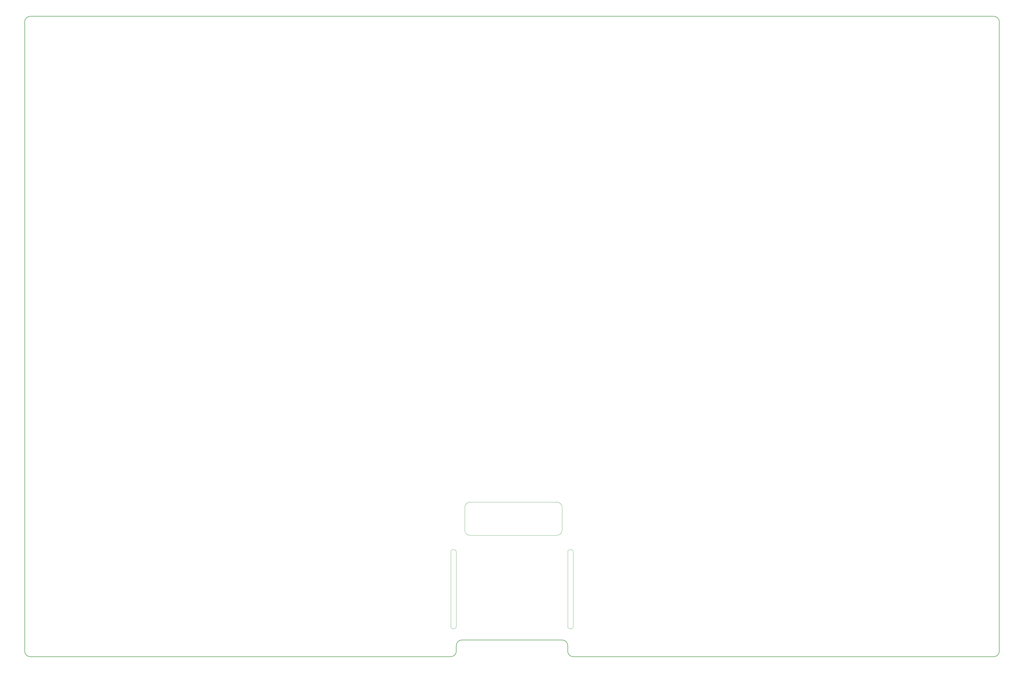
<source format=gko>
%FSLAX25Y25*%
%MOIN*%
G70*
G01*
G75*
G04 Layer_Color=16711935*
%ADD10C,0.01969*%
%ADD11C,0.03543*%
%ADD12R,0.03543X0.02362*%
%ADD13R,0.02362X0.03543*%
%ADD14R,0.07087X0.03543*%
%ADD15R,0.03158X0.03827*%
%ADD16R,0.05118X0.21654*%
%ADD17R,0.07087X0.15354*%
%ADD18R,0.03543X0.05906*%
%ADD19R,0.05906X0.03543*%
%ADD20R,0.19685X0.19685*%
%ADD21R,0.03543X0.07087*%
%ADD22R,0.05118X0.02756*%
%ADD23R,0.06693X0.09843*%
%ADD24R,0.04803X0.04921*%
%ADD25C,0.03150*%
%ADD26R,0.15354X0.24410*%
%ADD27R,0.12992X0.17323*%
%ADD28R,0.09252X0.20079*%
%ADD29R,0.29528X0.07087*%
%ADD30R,0.01378X0.02165*%
%ADD31R,0.11024X0.04921*%
%ADD32R,0.04724X0.13386*%
%ADD33R,0.06693X0.07874*%
%ADD34R,0.05315X0.01772*%
%ADD35R,0.06693X0.06693*%
%ADD36R,0.01181X0.03150*%
%ADD37R,0.03150X0.01181*%
%ADD38R,0.13386X0.04724*%
%ADD39R,0.03543X0.03150*%
%ADD40C,0.00100*%
%ADD41C,0.00591*%
%ADD42C,0.03937*%
%ADD43C,0.02362*%
%ADD44C,0.04331*%
%ADD45C,0.01181*%
%ADD46C,0.01575*%
%ADD47C,0.02756*%
%ADD48C,0.04724*%
%ADD49C,0.05906*%
%ADD50C,0.03150*%
%ADD51C,0.03543*%
%ADD52C,0.09055*%
%ADD53C,0.07874*%
%ADD54O,0.15748X0.29134*%
%ADD55C,0.15748*%
%ADD56C,0.23622*%
%ADD57C,0.00984*%
%ADD58C,0.00787*%
%ADD59C,0.01000*%
%ADD60R,0.15748X0.15748*%
%ADD61R,0.00984X0.01772*%
%ADD62R,0.10630X0.04528*%
%ADD63R,0.06299X0.06299*%
%ADD64R,0.03937X0.02756*%
%ADD65R,0.02756X0.03937*%
%ADD66R,0.07480X0.03937*%
%ADD67R,0.03551X0.04221*%
%ADD68R,0.05512X0.22047*%
%ADD69R,0.07480X0.15748*%
%ADD70R,0.03937X0.06299*%
%ADD71R,0.06299X0.03937*%
%ADD72R,0.20079X0.20079*%
%ADD73R,0.03937X0.07480*%
%ADD74R,0.05512X0.03150*%
%ADD75R,0.07087X0.10236*%
%ADD76R,0.05197X0.05315*%
%ADD77R,0.15748X0.24803*%
%ADD78R,0.13386X0.17716*%
%ADD79R,0.09646X0.20472*%
%ADD80R,0.29921X0.07480*%
%ADD81R,0.01772X0.02559*%
%ADD82R,0.11417X0.05315*%
%ADD83R,0.05118X0.13780*%
%ADD84R,0.07087X0.08268*%
%ADD85R,0.05709X0.02165*%
%ADD86R,0.07087X0.07087*%
%ADD87R,0.01575X0.03543*%
%ADD88R,0.03543X0.01575*%
%ADD89R,0.13780X0.05118*%
%ADD90R,0.03937X0.03543*%
%ADD91C,0.03937*%
%ADD92C,0.09449*%
%ADD93C,0.08268*%
%ADD94O,0.16142X0.29528*%
%ADD95C,0.16142*%
%ADD96C,0.24016*%
%ADD97C,0.00394*%
D58*
X-681102Y452756D02*
G03*
X-688976Y444882I0J-7874D01*
G01*
Y-444882D02*
G03*
X-681102Y-452756I7874J0D01*
G01*
X681102D02*
G03*
X688976Y-444882I0J7874D01*
G01*
Y444882D02*
G03*
X681102Y452756I-7874J0D01*
G01*
X-86614Y-452756D02*
G03*
X-78740Y-444882I0J7874D01*
G01*
X-70866Y-429134D02*
G03*
X-78740Y-437008I0J-7874D01*
G01*
X78740D02*
G03*
X70866Y-429134I-7874J0D01*
G01*
X78740Y-444882D02*
G03*
X86614Y-452756I7874J0D01*
G01*
X-681102Y452756D02*
X681102D01*
X-688976Y-444882D02*
Y444882D01*
X688976Y-444882D02*
Y444882D01*
X-78740Y-444882D02*
Y-437008D01*
X-70866Y-429134D02*
X70866D01*
X78740Y-444882D02*
Y-437008D01*
X-681102Y-452756D02*
X-86614D01*
X86614D02*
X681102D01*
D97*
X-59017Y-234002D02*
G03*
X-66891Y-241877I0J-7874D01*
G01*
Y-273373D02*
G03*
X-59017Y-281247I7874J0D01*
G01*
X63030D02*
G03*
X70904Y-273373I0J7874D01*
G01*
Y-241877D02*
G03*
X63030Y-234002I-7874J0D01*
G01*
X86614Y-305118D02*
G03*
X78740Y-305118I-3937J0D01*
G01*
Y-409449D02*
G03*
X86614Y-409449I3937J0D01*
G01*
X-86614D02*
G03*
X-78740Y-409449I3937J0D01*
G01*
Y-305118D02*
G03*
X-86614Y-305118I-3937J0D01*
G01*
X-59017Y-281247D02*
X63030D01*
X70904Y-273373D02*
Y-241877D01*
X-59017Y-234002D02*
X63030D01*
X-66891Y-273373D02*
Y-241877D01*
X-86614Y-409449D02*
Y-305118D01*
X-78740Y-409449D02*
Y-305118D01*
X86614Y-409449D02*
Y-305118D01*
X78740Y-409449D02*
Y-305118D01*
M02*

</source>
